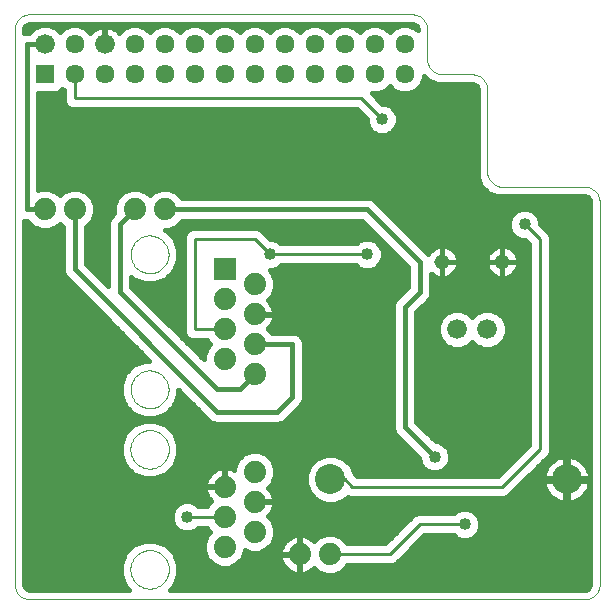
<source format=gtl>
G75*
G70*
%OFA0B0*%
%FSLAX24Y24*%
%IPPOS*%
%LPD*%
%AMOC8*
5,1,8,0,0,1.08239X$1,22.5*
%
%ADD10C,0.0000*%
%ADD11R,0.0634X0.0634*%
%ADD12C,0.0660*%
%ADD13C,0.0634*%
%ADD14C,0.1000*%
%ADD15C,0.0740*%
%ADD16R,0.0740X0.0740*%
%ADD17C,0.0516*%
%ADD18C,0.0150*%
%ADD19C,0.0400*%
%ADD20C,0.0160*%
%ADD21C,0.0100*%
D10*
X002680Y002680D02*
X021180Y002680D01*
X021224Y002682D01*
X021267Y002688D01*
X021309Y002697D01*
X021351Y002710D01*
X021391Y002727D01*
X021430Y002747D01*
X021467Y002770D01*
X021501Y002797D01*
X021534Y002826D01*
X021563Y002859D01*
X021590Y002893D01*
X021613Y002930D01*
X021633Y002969D01*
X021650Y003009D01*
X021663Y003051D01*
X021672Y003093D01*
X021678Y003136D01*
X021680Y003180D01*
X021680Y015930D01*
X021678Y015974D01*
X021672Y016017D01*
X021663Y016059D01*
X021650Y016101D01*
X021633Y016141D01*
X021613Y016180D01*
X021590Y016217D01*
X021563Y016251D01*
X021534Y016284D01*
X021501Y016313D01*
X021467Y016340D01*
X021430Y016363D01*
X021391Y016383D01*
X021351Y016400D01*
X021309Y016413D01*
X021267Y016422D01*
X021224Y016428D01*
X021180Y016430D01*
X018430Y016430D01*
X018386Y016432D01*
X018343Y016438D01*
X018301Y016447D01*
X018259Y016460D01*
X018219Y016477D01*
X018180Y016497D01*
X018143Y016520D01*
X018109Y016547D01*
X018076Y016576D01*
X018047Y016609D01*
X018020Y016643D01*
X017997Y016680D01*
X017977Y016719D01*
X017960Y016759D01*
X017947Y016801D01*
X017938Y016843D01*
X017932Y016886D01*
X017930Y016930D01*
X017930Y019680D01*
X017928Y019724D01*
X017922Y019767D01*
X017913Y019809D01*
X017900Y019851D01*
X017883Y019891D01*
X017863Y019930D01*
X017840Y019967D01*
X017813Y020001D01*
X017784Y020034D01*
X017751Y020063D01*
X017717Y020090D01*
X017680Y020113D01*
X017641Y020133D01*
X017601Y020150D01*
X017559Y020163D01*
X017517Y020172D01*
X017474Y020178D01*
X017430Y020180D01*
X016430Y020180D01*
X016386Y020182D01*
X016343Y020188D01*
X016301Y020197D01*
X016259Y020210D01*
X016219Y020227D01*
X016180Y020247D01*
X016143Y020270D01*
X016109Y020297D01*
X016076Y020326D01*
X016047Y020359D01*
X016020Y020393D01*
X015997Y020430D01*
X015977Y020469D01*
X015960Y020509D01*
X015947Y020551D01*
X015938Y020593D01*
X015932Y020636D01*
X015930Y020680D01*
X015930Y021680D01*
X015928Y021724D01*
X015922Y021767D01*
X015913Y021809D01*
X015900Y021851D01*
X015883Y021891D01*
X015863Y021930D01*
X015840Y021967D01*
X015813Y022001D01*
X015784Y022034D01*
X015751Y022063D01*
X015717Y022090D01*
X015680Y022113D01*
X015641Y022133D01*
X015601Y022150D01*
X015559Y022163D01*
X015517Y022172D01*
X015474Y022178D01*
X015430Y022180D01*
X002680Y022180D01*
X002636Y022178D01*
X002593Y022172D01*
X002551Y022163D01*
X002509Y022150D01*
X002469Y022133D01*
X002430Y022113D01*
X002393Y022090D01*
X002359Y022063D01*
X002326Y022034D01*
X002297Y022001D01*
X002270Y021967D01*
X002247Y021930D01*
X002227Y021891D01*
X002210Y021851D01*
X002197Y021809D01*
X002188Y021767D01*
X002182Y021724D01*
X002180Y021680D01*
X002180Y003180D01*
X002182Y003136D01*
X002188Y003093D01*
X002197Y003051D01*
X002210Y003009D01*
X002227Y002969D01*
X002247Y002930D01*
X002270Y002893D01*
X002297Y002859D01*
X002326Y002826D01*
X002359Y002797D01*
X002393Y002770D01*
X002430Y002747D01*
X002469Y002727D01*
X002509Y002710D01*
X002551Y002697D01*
X002593Y002688D01*
X002636Y002682D01*
X002680Y002680D01*
X006040Y003680D02*
X006042Y003730D01*
X006048Y003780D01*
X006058Y003829D01*
X006071Y003878D01*
X006089Y003925D01*
X006110Y003971D01*
X006134Y004014D01*
X006162Y004056D01*
X006193Y004096D01*
X006227Y004133D01*
X006264Y004167D01*
X006304Y004198D01*
X006346Y004226D01*
X006389Y004250D01*
X006435Y004271D01*
X006482Y004289D01*
X006531Y004302D01*
X006580Y004312D01*
X006630Y004318D01*
X006680Y004320D01*
X006730Y004318D01*
X006780Y004312D01*
X006829Y004302D01*
X006878Y004289D01*
X006925Y004271D01*
X006971Y004250D01*
X007014Y004226D01*
X007056Y004198D01*
X007096Y004167D01*
X007133Y004133D01*
X007167Y004096D01*
X007198Y004056D01*
X007226Y004014D01*
X007250Y003971D01*
X007271Y003925D01*
X007289Y003878D01*
X007302Y003829D01*
X007312Y003780D01*
X007318Y003730D01*
X007320Y003680D01*
X007318Y003630D01*
X007312Y003580D01*
X007302Y003531D01*
X007289Y003482D01*
X007271Y003435D01*
X007250Y003389D01*
X007226Y003346D01*
X007198Y003304D01*
X007167Y003264D01*
X007133Y003227D01*
X007096Y003193D01*
X007056Y003162D01*
X007014Y003134D01*
X006971Y003110D01*
X006925Y003089D01*
X006878Y003071D01*
X006829Y003058D01*
X006780Y003048D01*
X006730Y003042D01*
X006680Y003040D01*
X006630Y003042D01*
X006580Y003048D01*
X006531Y003058D01*
X006482Y003071D01*
X006435Y003089D01*
X006389Y003110D01*
X006346Y003134D01*
X006304Y003162D01*
X006264Y003193D01*
X006227Y003227D01*
X006193Y003264D01*
X006162Y003304D01*
X006134Y003346D01*
X006110Y003389D01*
X006089Y003435D01*
X006071Y003482D01*
X006058Y003531D01*
X006048Y003580D01*
X006042Y003630D01*
X006040Y003680D01*
X006040Y007680D02*
X006042Y007730D01*
X006048Y007780D01*
X006058Y007829D01*
X006071Y007878D01*
X006089Y007925D01*
X006110Y007971D01*
X006134Y008014D01*
X006162Y008056D01*
X006193Y008096D01*
X006227Y008133D01*
X006264Y008167D01*
X006304Y008198D01*
X006346Y008226D01*
X006389Y008250D01*
X006435Y008271D01*
X006482Y008289D01*
X006531Y008302D01*
X006580Y008312D01*
X006630Y008318D01*
X006680Y008320D01*
X006730Y008318D01*
X006780Y008312D01*
X006829Y008302D01*
X006878Y008289D01*
X006925Y008271D01*
X006971Y008250D01*
X007014Y008226D01*
X007056Y008198D01*
X007096Y008167D01*
X007133Y008133D01*
X007167Y008096D01*
X007198Y008056D01*
X007226Y008014D01*
X007250Y007971D01*
X007271Y007925D01*
X007289Y007878D01*
X007302Y007829D01*
X007312Y007780D01*
X007318Y007730D01*
X007320Y007680D01*
X007318Y007630D01*
X007312Y007580D01*
X007302Y007531D01*
X007289Y007482D01*
X007271Y007435D01*
X007250Y007389D01*
X007226Y007346D01*
X007198Y007304D01*
X007167Y007264D01*
X007133Y007227D01*
X007096Y007193D01*
X007056Y007162D01*
X007014Y007134D01*
X006971Y007110D01*
X006925Y007089D01*
X006878Y007071D01*
X006829Y007058D01*
X006780Y007048D01*
X006730Y007042D01*
X006680Y007040D01*
X006630Y007042D01*
X006580Y007048D01*
X006531Y007058D01*
X006482Y007071D01*
X006435Y007089D01*
X006389Y007110D01*
X006346Y007134D01*
X006304Y007162D01*
X006264Y007193D01*
X006227Y007227D01*
X006193Y007264D01*
X006162Y007304D01*
X006134Y007346D01*
X006110Y007389D01*
X006089Y007435D01*
X006071Y007482D01*
X006058Y007531D01*
X006048Y007580D01*
X006042Y007630D01*
X006040Y007680D01*
X006050Y009680D02*
X006052Y009730D01*
X006058Y009780D01*
X006068Y009829D01*
X006082Y009877D01*
X006099Y009924D01*
X006120Y009969D01*
X006145Y010013D01*
X006173Y010054D01*
X006205Y010093D01*
X006239Y010130D01*
X006276Y010164D01*
X006316Y010194D01*
X006358Y010221D01*
X006402Y010245D01*
X006448Y010266D01*
X006495Y010282D01*
X006543Y010295D01*
X006593Y010304D01*
X006642Y010309D01*
X006693Y010310D01*
X006743Y010307D01*
X006792Y010300D01*
X006841Y010289D01*
X006889Y010274D01*
X006935Y010256D01*
X006980Y010234D01*
X007023Y010208D01*
X007064Y010179D01*
X007103Y010147D01*
X007139Y010112D01*
X007171Y010074D01*
X007201Y010034D01*
X007228Y009991D01*
X007251Y009947D01*
X007270Y009901D01*
X007286Y009853D01*
X007298Y009804D01*
X007306Y009755D01*
X007310Y009705D01*
X007310Y009655D01*
X007306Y009605D01*
X007298Y009556D01*
X007286Y009507D01*
X007270Y009459D01*
X007251Y009413D01*
X007228Y009369D01*
X007201Y009326D01*
X007171Y009286D01*
X007139Y009248D01*
X007103Y009213D01*
X007064Y009181D01*
X007023Y009152D01*
X006980Y009126D01*
X006935Y009104D01*
X006889Y009086D01*
X006841Y009071D01*
X006792Y009060D01*
X006743Y009053D01*
X006693Y009050D01*
X006642Y009051D01*
X006593Y009056D01*
X006543Y009065D01*
X006495Y009078D01*
X006448Y009094D01*
X006402Y009115D01*
X006358Y009139D01*
X006316Y009166D01*
X006276Y009196D01*
X006239Y009230D01*
X006205Y009267D01*
X006173Y009306D01*
X006145Y009347D01*
X006120Y009391D01*
X006099Y009436D01*
X006082Y009483D01*
X006068Y009531D01*
X006058Y009580D01*
X006052Y009630D01*
X006050Y009680D01*
X006050Y014180D02*
X006052Y014230D01*
X006058Y014280D01*
X006068Y014329D01*
X006082Y014377D01*
X006099Y014424D01*
X006120Y014469D01*
X006145Y014513D01*
X006173Y014554D01*
X006205Y014593D01*
X006239Y014630D01*
X006276Y014664D01*
X006316Y014694D01*
X006358Y014721D01*
X006402Y014745D01*
X006448Y014766D01*
X006495Y014782D01*
X006543Y014795D01*
X006593Y014804D01*
X006642Y014809D01*
X006693Y014810D01*
X006743Y014807D01*
X006792Y014800D01*
X006841Y014789D01*
X006889Y014774D01*
X006935Y014756D01*
X006980Y014734D01*
X007023Y014708D01*
X007064Y014679D01*
X007103Y014647D01*
X007139Y014612D01*
X007171Y014574D01*
X007201Y014534D01*
X007228Y014491D01*
X007251Y014447D01*
X007270Y014401D01*
X007286Y014353D01*
X007298Y014304D01*
X007306Y014255D01*
X007310Y014205D01*
X007310Y014155D01*
X007306Y014105D01*
X007298Y014056D01*
X007286Y014007D01*
X007270Y013959D01*
X007251Y013913D01*
X007228Y013869D01*
X007201Y013826D01*
X007171Y013786D01*
X007139Y013748D01*
X007103Y013713D01*
X007064Y013681D01*
X007023Y013652D01*
X006980Y013626D01*
X006935Y013604D01*
X006889Y013586D01*
X006841Y013571D01*
X006792Y013560D01*
X006743Y013553D01*
X006693Y013550D01*
X006642Y013551D01*
X006593Y013556D01*
X006543Y013565D01*
X006495Y013578D01*
X006448Y013594D01*
X006402Y013615D01*
X006358Y013639D01*
X006316Y013666D01*
X006276Y013696D01*
X006239Y013730D01*
X006205Y013767D01*
X006173Y013806D01*
X006145Y013847D01*
X006120Y013891D01*
X006099Y013936D01*
X006082Y013983D01*
X006068Y014031D01*
X006058Y014080D01*
X006052Y014130D01*
X006050Y014180D01*
D11*
X003180Y020180D03*
D12*
X003180Y021180D03*
X005180Y021180D03*
X016930Y011680D03*
X017930Y011680D03*
D13*
X015180Y020180D03*
X015180Y021180D03*
X014180Y021180D03*
X014180Y020180D03*
X013180Y020180D03*
X013180Y021180D03*
X012180Y021180D03*
X012180Y020180D03*
X011180Y020180D03*
X011180Y021180D03*
X010180Y021180D03*
X010180Y020180D03*
X009180Y020180D03*
X009180Y021180D03*
X008180Y021180D03*
X008180Y020180D03*
X007180Y020180D03*
X007180Y021180D03*
X006180Y021180D03*
X006180Y020180D03*
X005180Y020180D03*
X004180Y020180D03*
X004180Y021180D03*
D14*
X012706Y006680D03*
X020580Y006680D03*
D15*
X012680Y004180D03*
X011680Y004180D03*
X010180Y004930D03*
X010180Y005930D03*
X010180Y006930D03*
X009180Y006430D03*
X009180Y005430D03*
X009180Y004430D03*
X010180Y010180D03*
X010180Y011180D03*
X009180Y010680D03*
X009180Y011680D03*
X010180Y012180D03*
X010180Y013180D03*
X009180Y012680D03*
X007180Y015680D03*
X006180Y015680D03*
X004180Y015680D03*
X003180Y015680D03*
D16*
X009180Y013680D03*
D17*
X016430Y013930D03*
X018430Y013930D03*
D18*
X018180Y013930D02*
X017897Y013930D01*
X017897Y013888D01*
X017910Y013805D01*
X017936Y013725D01*
X017974Y013651D01*
X018024Y013583D01*
X018083Y013524D01*
X018151Y013474D01*
X018180Y013459D01*
X018180Y012680D01*
X016680Y012680D01*
X016680Y013459D01*
X016709Y013474D01*
X016777Y013524D01*
X016836Y013583D01*
X016886Y013651D01*
X016924Y013725D01*
X016950Y013805D01*
X016963Y013888D01*
X016963Y013930D01*
X016963Y013972D01*
X016950Y014055D01*
X016924Y014135D01*
X016886Y014209D01*
X016836Y014277D01*
X016777Y014336D01*
X016709Y014386D01*
X016680Y014401D01*
X016680Y015780D01*
X018180Y015780D01*
X018180Y014401D01*
X018151Y014386D01*
X018083Y014336D01*
X018024Y014277D01*
X017974Y014209D01*
X017936Y014135D01*
X017910Y014055D01*
X017897Y013972D01*
X017897Y013930D01*
X018180Y013930D01*
X018180Y013930D01*
X017897Y013966D02*
X016963Y013966D01*
X016963Y013930D02*
X016680Y013930D01*
X016680Y013930D01*
X016963Y013930D01*
X016952Y013818D02*
X017908Y013818D01*
X017965Y013669D02*
X016895Y013669D01*
X016773Y013521D02*
X018087Y013521D01*
X018180Y013372D02*
X016680Y013372D01*
X016680Y013224D02*
X018180Y013224D01*
X018180Y013075D02*
X016680Y013075D01*
X016680Y012927D02*
X018180Y012927D01*
X018180Y012778D02*
X016680Y012778D01*
X015680Y012930D02*
X015180Y012430D01*
X015180Y008430D01*
X016180Y007430D01*
X012180Y008680D02*
X011680Y008180D01*
X011680Y005930D01*
X011680Y005680D01*
X020580Y005680D01*
X020580Y006680D01*
X015680Y012930D02*
X015680Y013930D01*
X013930Y015680D01*
X007180Y015680D01*
X006180Y015680D02*
X005680Y015180D01*
X005680Y012930D01*
X008930Y009680D01*
X009680Y009680D01*
X010180Y010180D01*
X010180Y011180D02*
X011430Y011180D01*
X011430Y009430D01*
X010930Y008930D01*
X008930Y008930D01*
X004180Y013680D01*
X004180Y015680D01*
X003180Y015680D02*
X002580Y015680D01*
X002580Y021180D01*
X003180Y021180D01*
X010180Y012180D02*
X011680Y012180D01*
X012180Y011680D01*
X012180Y008680D01*
X011680Y005930D02*
X010180Y005930D01*
X011680Y005680D02*
X011680Y004180D01*
X016930Y014115D02*
X017930Y014115D01*
X018013Y014263D02*
X016847Y014263D01*
X016680Y014412D02*
X018180Y014412D01*
X018180Y014560D02*
X016680Y014560D01*
X016680Y014709D02*
X018180Y014709D01*
X018180Y014857D02*
X016680Y014857D01*
X016680Y015006D02*
X018180Y015006D01*
X018180Y015154D02*
X016680Y015154D01*
X016680Y015303D02*
X018180Y015303D01*
X018180Y015451D02*
X016680Y015451D01*
X016680Y015600D02*
X018180Y015600D01*
X018180Y015748D02*
X016680Y015748D01*
D19*
X019180Y015180D03*
X015930Y019430D03*
X014430Y018680D03*
X011430Y014930D03*
X010680Y014180D03*
X013930Y014180D03*
X008880Y018530D03*
X005180Y015680D03*
X003180Y014180D03*
X003180Y009680D03*
X003180Y007680D03*
X003180Y003680D03*
X007930Y005430D03*
X015180Y003680D03*
X017180Y005180D03*
X016180Y007430D03*
X020680Y003680D03*
D20*
X021360Y003631D02*
X013107Y003631D01*
X013071Y003595D02*
X013265Y003789D01*
X013274Y003810D01*
X014754Y003810D01*
X014890Y003866D01*
X014994Y003970D01*
X015833Y004810D01*
X016815Y004810D01*
X016885Y004739D01*
X017077Y004660D01*
X017283Y004660D01*
X017475Y004739D01*
X017621Y004885D01*
X017700Y005077D01*
X017700Y005283D01*
X017621Y005475D01*
X017475Y005621D01*
X017283Y005700D01*
X017077Y005700D01*
X016885Y005621D01*
X016815Y005550D01*
X015606Y005550D01*
X015470Y005494D01*
X015366Y005390D01*
X014527Y004550D01*
X013274Y004550D01*
X013265Y004571D01*
X013071Y004765D01*
X012817Y004870D01*
X012543Y004870D01*
X012289Y004765D01*
X012152Y004628D01*
X012109Y004670D01*
X012042Y004722D01*
X011968Y004764D01*
X011889Y004797D01*
X011807Y004819D01*
X011723Y004830D01*
X011700Y004830D01*
X011700Y004200D01*
X011660Y004200D01*
X011660Y004830D01*
X011637Y004830D01*
X011553Y004819D01*
X011471Y004797D01*
X011392Y004764D01*
X011318Y004722D01*
X011251Y004670D01*
X011190Y004609D01*
X011138Y004542D01*
X011096Y004468D01*
X011063Y004389D01*
X011041Y004307D01*
X011030Y004223D01*
X011030Y004200D01*
X011660Y004200D01*
X011660Y004160D01*
X011700Y004160D01*
X011700Y003530D01*
X011723Y003530D01*
X011807Y003541D01*
X011889Y003563D01*
X011968Y003596D01*
X012042Y003638D01*
X012109Y003690D01*
X012152Y003732D01*
X012289Y003595D01*
X012543Y003490D01*
X012817Y003490D01*
X013071Y003595D01*
X013265Y003790D02*
X021360Y003790D01*
X021360Y003948D02*
X014971Y003948D01*
X015130Y004107D02*
X021360Y004107D01*
X021360Y004265D02*
X015288Y004265D01*
X015447Y004424D02*
X021360Y004424D01*
X021360Y004582D02*
X015605Y004582D01*
X015764Y004741D02*
X016884Y004741D01*
X017476Y004741D02*
X021360Y004741D01*
X021360Y004899D02*
X017626Y004899D01*
X017692Y005058D02*
X021360Y005058D01*
X021360Y005216D02*
X017700Y005216D01*
X017662Y005375D02*
X021360Y005375D01*
X021360Y005533D02*
X017562Y005533D01*
X017304Y005692D02*
X021360Y005692D01*
X021360Y005850D02*
X010825Y005850D01*
X010830Y005887D02*
X010830Y005910D01*
X010200Y005910D01*
X010200Y005950D01*
X010830Y005950D01*
X010830Y005973D01*
X010819Y006057D01*
X010797Y006139D01*
X010764Y006218D01*
X010722Y006292D01*
X010670Y006359D01*
X010628Y006402D01*
X010765Y006539D01*
X010870Y006793D01*
X010870Y007067D01*
X010765Y007321D01*
X010571Y007515D01*
X010317Y007620D01*
X010043Y007620D01*
X009789Y007515D01*
X009595Y007321D01*
X009490Y007067D01*
X009490Y007002D01*
X009468Y007014D01*
X009389Y007047D01*
X009307Y007069D01*
X009223Y007080D01*
X009200Y007080D01*
X009200Y006450D01*
X009160Y006450D01*
X009160Y007080D01*
X009137Y007080D01*
X009053Y007069D01*
X008971Y007047D01*
X008892Y007014D01*
X008818Y006972D01*
X008751Y006920D01*
X008690Y006859D01*
X008638Y006792D01*
X008596Y006718D01*
X008563Y006639D01*
X008541Y006557D01*
X008530Y006473D01*
X008530Y006450D01*
X009160Y006450D01*
X009160Y006410D01*
X008530Y006410D01*
X008530Y006387D01*
X008541Y006303D01*
X008563Y006221D01*
X008596Y006142D01*
X008638Y006068D01*
X008690Y006001D01*
X008732Y005958D01*
X008595Y005821D01*
X008586Y005800D01*
X008295Y005800D01*
X008225Y005871D01*
X008033Y005950D01*
X007827Y005950D01*
X007635Y005871D01*
X007489Y005725D01*
X007410Y005533D01*
X002500Y005533D01*
X002500Y005375D02*
X007410Y005375D01*
X007410Y005327D02*
X007410Y005533D01*
X007475Y005692D02*
X002500Y005692D01*
X002500Y005850D02*
X007615Y005850D01*
X008245Y005850D02*
X008624Y005850D01*
X008684Y006009D02*
X002500Y006009D01*
X002500Y006167D02*
X008585Y006167D01*
X008538Y006326D02*
X002500Y006326D01*
X002500Y006484D02*
X008532Y006484D01*
X008564Y006643D02*
X002500Y006643D01*
X002500Y006801D02*
X006293Y006801D01*
X006136Y006866D02*
X006489Y006720D01*
X006871Y006720D01*
X007224Y006866D01*
X007494Y007136D01*
X007640Y007489D01*
X007640Y007871D01*
X007494Y008224D01*
X007224Y008494D01*
X006871Y008640D01*
X006489Y008640D01*
X006136Y008494D01*
X005866Y008224D01*
X005720Y007871D01*
X005720Y007489D01*
X005866Y007136D01*
X006136Y006866D01*
X006043Y006960D02*
X002500Y006960D01*
X002500Y007118D02*
X005884Y007118D01*
X005808Y007277D02*
X002500Y007277D01*
X002500Y007435D02*
X005742Y007435D01*
X005720Y007594D02*
X002500Y007594D01*
X002500Y007752D02*
X005720Y007752D01*
X005736Y007911D02*
X002500Y007911D01*
X002500Y008069D02*
X005802Y008069D01*
X005870Y008228D02*
X002500Y008228D01*
X002500Y008386D02*
X006028Y008386D01*
X006259Y008545D02*
X002500Y008545D01*
X002500Y008703D02*
X008598Y008703D01*
X008595Y008706D02*
X008706Y008595D01*
X008851Y008535D01*
X011009Y008535D01*
X011154Y008595D01*
X011765Y009206D01*
X011825Y009351D01*
X011825Y011259D01*
X011765Y011404D01*
X011654Y011515D01*
X011509Y011575D01*
X010761Y011575D01*
X010628Y011708D01*
X010670Y011751D01*
X010722Y011818D01*
X010764Y011892D01*
X010797Y011971D01*
X010819Y012053D01*
X010830Y012137D01*
X010830Y012162D01*
X010198Y012162D01*
X010198Y012198D01*
X010830Y012198D01*
X010830Y012223D01*
X010819Y012307D01*
X010797Y012389D01*
X010764Y012468D01*
X010722Y012542D01*
X010670Y012609D01*
X010628Y012652D01*
X010765Y012789D01*
X010870Y013043D01*
X010870Y013317D01*
X010765Y013571D01*
X010676Y013660D01*
X010783Y013660D01*
X010975Y013739D01*
X011045Y013810D01*
X013565Y013810D01*
X013635Y013739D01*
X013827Y013660D01*
X014033Y013660D01*
X014225Y013739D01*
X014371Y013885D01*
X014450Y014077D01*
X014450Y014283D01*
X014371Y014475D01*
X014225Y014621D01*
X014033Y014700D01*
X013827Y014700D01*
X013635Y014621D01*
X013565Y014550D01*
X011045Y014550D01*
X010975Y014621D01*
X010783Y014700D01*
X010683Y014700D01*
X010494Y014890D01*
X010390Y014994D01*
X010254Y015050D01*
X008106Y015050D01*
X007970Y014994D01*
X007866Y014890D01*
X007810Y014754D01*
X007810Y011606D01*
X007866Y011470D01*
X007970Y011366D01*
X008106Y011310D01*
X008586Y011310D01*
X008595Y011289D01*
X008704Y011180D01*
X008595Y011071D01*
X008490Y010817D01*
X008490Y010679D01*
X006075Y013094D01*
X006075Y013442D01*
X006142Y013375D01*
X006491Y013230D01*
X006869Y013230D01*
X007218Y013375D01*
X007485Y013642D01*
X007630Y013991D01*
X007630Y014369D01*
X007485Y014718D01*
X007218Y014985D01*
X007207Y014990D01*
X007317Y014990D01*
X007571Y015095D01*
X007761Y015285D01*
X013766Y015285D01*
X015285Y013766D01*
X015285Y013094D01*
X014956Y012765D01*
X014845Y012654D01*
X014785Y012509D01*
X014785Y008351D01*
X014845Y008206D01*
X015660Y007391D01*
X015660Y007327D01*
X015739Y007135D01*
X015885Y006989D01*
X016077Y006910D01*
X016283Y006910D01*
X016475Y006989D01*
X016621Y007135D01*
X016700Y007327D01*
X016700Y007533D01*
X016621Y007725D01*
X016475Y007871D01*
X016283Y007950D01*
X016219Y007950D01*
X015575Y008594D01*
X015575Y012266D01*
X016015Y012706D01*
X016075Y012851D01*
X016075Y013524D01*
X016080Y013520D01*
X016148Y013470D01*
X016224Y013432D01*
X016304Y013405D01*
X016388Y013392D01*
X016430Y013392D01*
X016430Y013930D01*
X016968Y013930D01*
X016430Y013930D01*
X016430Y013930D01*
X016430Y013930D01*
X016430Y014468D01*
X016472Y014468D01*
X016556Y014455D01*
X016636Y014428D01*
X016712Y014390D01*
X016780Y014340D01*
X016840Y014280D01*
X016890Y014212D01*
X016928Y014136D01*
X016955Y014056D01*
X016968Y013972D01*
X016968Y013930D01*
X016968Y013888D01*
X016955Y013804D01*
X016928Y013724D01*
X016890Y013648D01*
X016840Y013580D01*
X016780Y013520D01*
X016712Y013470D01*
X016636Y013432D01*
X016556Y013405D01*
X016472Y013392D01*
X016430Y013392D01*
X016430Y013930D01*
X016430Y013930D01*
X016430Y014468D01*
X016388Y014468D01*
X016304Y014455D01*
X016224Y014428D01*
X016148Y014390D01*
X016080Y014340D01*
X016020Y014280D01*
X015970Y014212D01*
X015966Y014203D01*
X015904Y014265D01*
X014265Y015904D01*
X014154Y016015D01*
X014009Y016075D01*
X007761Y016075D01*
X007571Y016265D01*
X007317Y016370D01*
X007043Y016370D01*
X006789Y016265D01*
X006680Y016156D01*
X006571Y016265D01*
X006317Y016370D01*
X006043Y016370D01*
X005789Y016265D01*
X005595Y016071D01*
X005490Y015817D01*
X005490Y015549D01*
X005345Y015404D01*
X005285Y015259D01*
X005285Y013134D01*
X004575Y013844D01*
X004575Y015099D01*
X004765Y015289D01*
X004870Y015543D01*
X004870Y015817D01*
X004765Y016071D01*
X004571Y016265D01*
X004317Y016370D01*
X004043Y016370D01*
X003789Y016265D01*
X003680Y016156D01*
X003571Y016265D01*
X003317Y016370D01*
X003043Y016370D01*
X002975Y016342D01*
X002975Y019543D01*
X003561Y019543D01*
X003678Y019592D01*
X003768Y019682D01*
X003771Y019688D01*
X003810Y019649D01*
X003810Y019306D01*
X003866Y019170D01*
X003970Y019066D01*
X004106Y019010D01*
X013577Y019010D01*
X013910Y018677D01*
X013910Y018577D01*
X013989Y018385D01*
X014135Y018239D01*
X014327Y018160D01*
X014533Y018160D01*
X014725Y018239D01*
X014871Y018385D01*
X014950Y018577D01*
X014950Y018783D01*
X014871Y018975D01*
X014725Y019121D01*
X014533Y019200D01*
X014433Y019200D01*
X014090Y019543D01*
X014307Y019543D01*
X014541Y019640D01*
X014680Y019779D01*
X014819Y019640D01*
X015053Y019543D01*
X015307Y019543D01*
X015541Y019640D01*
X015720Y019819D01*
X015817Y020053D01*
X015817Y020133D01*
X015966Y019985D01*
X016267Y019860D01*
X017430Y019860D01*
X017465Y019857D01*
X017530Y019830D01*
X017580Y019780D01*
X017607Y019715D01*
X017610Y019680D01*
X017610Y016767D01*
X017735Y016466D01*
X017735Y016466D01*
X017966Y016235D01*
X018267Y016110D01*
X021180Y016110D01*
X021215Y016107D01*
X021280Y016080D01*
X021330Y016030D01*
X021357Y015965D01*
X021360Y015930D01*
X021360Y003180D01*
X021357Y003145D01*
X021330Y003080D01*
X021280Y003030D01*
X021215Y003003D01*
X021180Y003000D01*
X007358Y003000D01*
X007494Y003136D01*
X007640Y003489D01*
X007640Y003871D01*
X007494Y004224D01*
X007224Y004494D01*
X006871Y004640D01*
X006489Y004640D01*
X006136Y004494D01*
X005866Y004224D01*
X005720Y003871D01*
X005720Y003489D01*
X005866Y003136D01*
X006002Y003000D01*
X002680Y003000D01*
X002645Y003003D01*
X002580Y003030D01*
X002530Y003080D01*
X002503Y003145D01*
X002500Y003180D01*
X002500Y015286D01*
X002501Y015285D01*
X002599Y015285D01*
X002789Y015095D01*
X003043Y014990D01*
X003317Y014990D01*
X003571Y015095D01*
X003680Y015204D01*
X003785Y015099D01*
X003785Y013601D01*
X003845Y013456D01*
X006671Y010630D01*
X006491Y010630D01*
X006142Y010485D01*
X005875Y010218D01*
X005730Y009869D01*
X005730Y009491D01*
X005875Y009142D01*
X006142Y008875D01*
X006491Y008730D01*
X006869Y008730D01*
X007218Y008875D01*
X007485Y009142D01*
X007630Y009491D01*
X007630Y009671D01*
X008595Y008706D01*
X008595Y008706D01*
X008440Y008862D02*
X007186Y008862D01*
X007363Y009020D02*
X008281Y009020D01*
X008123Y009179D02*
X007500Y009179D01*
X007566Y009337D02*
X007964Y009337D01*
X007806Y009496D02*
X007630Y009496D01*
X007630Y009654D02*
X007647Y009654D01*
X007101Y008545D02*
X008828Y008545D01*
X009979Y007594D02*
X007640Y007594D01*
X007640Y007752D02*
X015299Y007752D01*
X015141Y007911D02*
X007624Y007911D01*
X007558Y008069D02*
X014982Y008069D01*
X014836Y008228D02*
X007490Y008228D01*
X007332Y008386D02*
X014785Y008386D01*
X014785Y008545D02*
X011032Y008545D01*
X011262Y008703D02*
X014785Y008703D01*
X014785Y008862D02*
X011420Y008862D01*
X011579Y009020D02*
X014785Y009020D01*
X014785Y009179D02*
X011737Y009179D01*
X011819Y009337D02*
X014785Y009337D01*
X014785Y009496D02*
X011825Y009496D01*
X011825Y009654D02*
X014785Y009654D01*
X014785Y009813D02*
X011825Y009813D01*
X011825Y009971D02*
X014785Y009971D01*
X014785Y010130D02*
X011825Y010130D01*
X011825Y010288D02*
X014785Y010288D01*
X014785Y010447D02*
X011825Y010447D01*
X011825Y010605D02*
X014785Y010605D01*
X014785Y010764D02*
X011825Y010764D01*
X011825Y010922D02*
X014785Y010922D01*
X014785Y011081D02*
X011825Y011081D01*
X011825Y011239D02*
X014785Y011239D01*
X014785Y011398D02*
X011767Y011398D01*
X011554Y011556D02*
X014785Y011556D01*
X014785Y011715D02*
X010634Y011715D01*
X010753Y011873D02*
X014785Y011873D01*
X014785Y012032D02*
X010813Y012032D01*
X010808Y012349D02*
X014785Y012349D01*
X014785Y012507D02*
X010742Y012507D01*
X010641Y012666D02*
X014857Y012666D01*
X015015Y012824D02*
X010779Y012824D01*
X010845Y012983D02*
X015174Y012983D01*
X015285Y013141D02*
X010870Y013141D01*
X010870Y013300D02*
X015285Y013300D01*
X015285Y013458D02*
X010812Y013458D01*
X010719Y013617D02*
X015285Y013617D01*
X015276Y013775D02*
X014260Y013775D01*
X014391Y013934D02*
X015118Y013934D01*
X014959Y014092D02*
X014450Y014092D01*
X014450Y014251D02*
X014801Y014251D01*
X014642Y014409D02*
X014398Y014409D01*
X014484Y014568D02*
X014278Y014568D01*
X014325Y014726D02*
X010657Y014726D01*
X010499Y014885D02*
X014167Y014885D01*
X014008Y015043D02*
X010270Y015043D01*
X011028Y014568D02*
X013582Y014568D01*
X013850Y015202D02*
X007677Y015202D01*
X007445Y015043D02*
X008090Y015043D01*
X007864Y014885D02*
X007319Y014885D01*
X007477Y014726D02*
X007810Y014726D01*
X007810Y014568D02*
X007548Y014568D01*
X007613Y014409D02*
X007810Y014409D01*
X007810Y014251D02*
X007630Y014251D01*
X007630Y014092D02*
X007810Y014092D01*
X007810Y013934D02*
X007606Y013934D01*
X007540Y013775D02*
X007810Y013775D01*
X007810Y013617D02*
X007460Y013617D01*
X007301Y013458D02*
X007810Y013458D01*
X007810Y013300D02*
X007037Y013300D01*
X006345Y012824D02*
X007810Y012824D01*
X007810Y012666D02*
X006503Y012666D01*
X006662Y012507D02*
X007810Y012507D01*
X007810Y012349D02*
X006820Y012349D01*
X006979Y012190D02*
X007810Y012190D01*
X007810Y012032D02*
X007137Y012032D01*
X007296Y011873D02*
X007810Y011873D01*
X007810Y011715D02*
X007454Y011715D01*
X007613Y011556D02*
X007831Y011556D01*
X007771Y011398D02*
X007939Y011398D01*
X007930Y011239D02*
X008645Y011239D01*
X008605Y011081D02*
X008088Y011081D01*
X008247Y010922D02*
X008533Y010922D01*
X008490Y010764D02*
X008405Y010764D01*
X010198Y012190D02*
X014785Y012190D01*
X015575Y012190D02*
X016521Y012190D01*
X016562Y012231D02*
X016379Y012048D01*
X016280Y011809D01*
X016280Y011551D01*
X016379Y011312D01*
X016562Y011129D01*
X016801Y011030D01*
X017059Y011030D01*
X017298Y011129D01*
X017430Y011261D01*
X017562Y011129D01*
X017801Y011030D01*
X018059Y011030D01*
X018298Y011129D01*
X018481Y011312D01*
X018580Y011551D01*
X018580Y011809D01*
X018481Y012048D01*
X018298Y012231D01*
X018059Y012330D01*
X017801Y012330D01*
X017562Y012231D01*
X017430Y012099D01*
X017298Y012231D01*
X017059Y012330D01*
X016801Y012330D01*
X016562Y012231D01*
X016372Y012032D02*
X015575Y012032D01*
X015575Y011873D02*
X016306Y011873D01*
X016280Y011715D02*
X015575Y011715D01*
X015575Y011556D02*
X016280Y011556D01*
X016343Y011398D02*
X015575Y011398D01*
X015575Y011239D02*
X016452Y011239D01*
X016679Y011081D02*
X015575Y011081D01*
X015575Y010922D02*
X019310Y010922D01*
X019310Y010764D02*
X015575Y010764D01*
X015575Y010605D02*
X019310Y010605D01*
X019310Y010447D02*
X015575Y010447D01*
X015575Y010288D02*
X019310Y010288D01*
X019310Y010130D02*
X015575Y010130D01*
X015575Y009971D02*
X019310Y009971D01*
X019310Y009813D02*
X015575Y009813D01*
X015575Y009654D02*
X019310Y009654D01*
X019310Y009496D02*
X015575Y009496D01*
X015575Y009337D02*
X019310Y009337D01*
X019310Y009179D02*
X015575Y009179D01*
X015575Y009020D02*
X019310Y009020D01*
X019310Y008862D02*
X015575Y008862D01*
X015575Y008703D02*
X019310Y008703D01*
X019310Y008545D02*
X015624Y008545D01*
X015783Y008386D02*
X019310Y008386D01*
X019310Y008228D02*
X015941Y008228D01*
X016100Y008069D02*
X019310Y008069D01*
X019310Y007911D02*
X016379Y007911D01*
X016593Y007752D02*
X019229Y007752D01*
X019310Y007833D02*
X019310Y014527D01*
X019177Y014660D01*
X019077Y014660D01*
X018885Y014739D01*
X018739Y014885D01*
X018660Y015077D01*
X018660Y015283D01*
X018739Y015475D01*
X018885Y015621D01*
X019077Y015700D01*
X019283Y015700D01*
X019475Y015621D01*
X019621Y015475D01*
X019700Y015283D01*
X019700Y015183D01*
X019994Y014890D01*
X020050Y014754D01*
X020050Y007606D01*
X019994Y007470D01*
X018640Y006116D01*
X018504Y006060D01*
X013356Y006060D01*
X013278Y006092D01*
X013170Y005985D01*
X012869Y005860D01*
X012543Y005860D01*
X012241Y005985D01*
X012011Y006216D01*
X011886Y006517D01*
X011886Y006843D01*
X012011Y007144D01*
X012241Y007375D01*
X012543Y007500D01*
X012869Y007500D01*
X013170Y007375D01*
X013401Y007144D01*
X013516Y006867D01*
X013583Y006800D01*
X018277Y006800D01*
X019310Y007833D01*
X019070Y007594D02*
X016675Y007594D01*
X016700Y007435D02*
X018912Y007435D01*
X018753Y007277D02*
X016679Y007277D01*
X016603Y007118D02*
X018595Y007118D01*
X018436Y006960D02*
X016403Y006960D01*
X015957Y006960D02*
X013478Y006960D01*
X013412Y007118D02*
X015757Y007118D01*
X015681Y007277D02*
X013269Y007277D01*
X013026Y007435D02*
X015616Y007435D01*
X015458Y007594D02*
X010381Y007594D01*
X010651Y007435D02*
X012386Y007435D01*
X012143Y007277D02*
X010783Y007277D01*
X010849Y007118D02*
X012000Y007118D01*
X011934Y006960D02*
X010870Y006960D01*
X010870Y006801D02*
X011886Y006801D01*
X011886Y006643D02*
X010808Y006643D01*
X010710Y006484D02*
X011900Y006484D01*
X011965Y006326D02*
X010696Y006326D01*
X010785Y006167D02*
X012059Y006167D01*
X012218Y006009D02*
X010825Y006009D01*
X010830Y005887D02*
X010819Y005803D01*
X010797Y005721D01*
X010764Y005642D01*
X010722Y005568D01*
X010670Y005501D01*
X010628Y005458D01*
X010765Y005321D01*
X010870Y005067D01*
X010870Y004793D01*
X010765Y004539D01*
X010571Y004345D01*
X010317Y004240D01*
X010043Y004240D01*
X009870Y004312D01*
X009870Y004293D01*
X009765Y004039D01*
X009571Y003845D01*
X009317Y003740D01*
X009043Y003740D01*
X008789Y003845D01*
X008595Y004039D01*
X008490Y004293D01*
X008490Y004567D01*
X008595Y004821D01*
X008704Y004930D01*
X008595Y005039D01*
X008586Y005060D01*
X008295Y005060D01*
X008225Y004989D01*
X008033Y004910D01*
X007827Y004910D01*
X007635Y004989D01*
X007489Y005135D01*
X007410Y005327D01*
X007456Y005216D02*
X002500Y005216D01*
X002500Y005058D02*
X007567Y005058D01*
X007294Y004424D02*
X008490Y004424D01*
X008496Y004582D02*
X007011Y004582D01*
X007453Y004265D02*
X008501Y004265D01*
X008567Y004107D02*
X007542Y004107D01*
X007608Y003948D02*
X008686Y003948D01*
X008923Y003790D02*
X007640Y003790D01*
X007640Y003631D02*
X011331Y003631D01*
X011318Y003638D02*
X011392Y003596D01*
X011471Y003563D01*
X011553Y003541D01*
X011637Y003530D01*
X011660Y003530D01*
X011660Y004160D01*
X011030Y004160D01*
X011030Y004137D01*
X011041Y004053D01*
X011063Y003971D01*
X011096Y003892D01*
X011138Y003818D01*
X011190Y003751D01*
X011251Y003690D01*
X011318Y003638D01*
X011160Y003790D02*
X009437Y003790D01*
X009674Y003948D02*
X011073Y003948D01*
X011034Y004107D02*
X009793Y004107D01*
X009859Y004265D02*
X009982Y004265D01*
X010378Y004265D02*
X011036Y004265D01*
X011077Y004424D02*
X010649Y004424D01*
X010783Y004582D02*
X011169Y004582D01*
X011351Y004741D02*
X010848Y004741D01*
X010870Y004899D02*
X014876Y004899D01*
X015034Y005058D02*
X010870Y005058D01*
X010808Y005216D02*
X015193Y005216D01*
X015351Y005375D02*
X010711Y005375D01*
X010695Y005533D02*
X015565Y005533D01*
X014717Y004741D02*
X013095Y004741D01*
X013254Y004582D02*
X014559Y004582D01*
X013194Y006009D02*
X020183Y006009D01*
X020146Y006030D02*
X020234Y005979D01*
X020329Y005940D01*
X020428Y005913D01*
X020529Y005900D01*
X020532Y005900D01*
X020532Y006632D01*
X019800Y006632D01*
X019800Y006629D01*
X019813Y006528D01*
X019840Y006429D01*
X019879Y006334D01*
X019930Y006246D01*
X019992Y006165D01*
X020065Y006092D01*
X020146Y006030D01*
X019990Y006167D02*
X018690Y006167D01*
X018849Y006326D02*
X019884Y006326D01*
X019825Y006484D02*
X019007Y006484D01*
X019166Y006643D02*
X020532Y006643D01*
X020532Y006632D02*
X020532Y006728D01*
X020532Y007460D01*
X020529Y007460D01*
X020428Y007447D01*
X020329Y007420D01*
X020234Y007381D01*
X020146Y007330D01*
X020065Y007268D01*
X019992Y007195D01*
X019930Y007114D01*
X019879Y007026D01*
X019840Y006931D01*
X019813Y006832D01*
X019800Y006731D01*
X019800Y006728D01*
X020532Y006728D01*
X020628Y006728D01*
X020628Y007460D01*
X020631Y007460D01*
X020732Y007447D01*
X020831Y007420D01*
X020926Y007381D01*
X021014Y007330D01*
X021095Y007268D01*
X021168Y007195D01*
X021230Y007114D01*
X021281Y007026D01*
X021320Y006931D01*
X021347Y006832D01*
X021360Y006731D01*
X021360Y006728D01*
X020628Y006728D01*
X020628Y006632D01*
X021360Y006632D01*
X021360Y006629D01*
X021347Y006528D01*
X021320Y006429D01*
X021281Y006334D01*
X021230Y006246D01*
X021168Y006165D01*
X021095Y006092D01*
X021014Y006030D01*
X020926Y005979D01*
X020831Y005940D01*
X020732Y005913D01*
X020631Y005900D01*
X020628Y005900D01*
X020628Y006632D01*
X020532Y006632D01*
X020628Y006643D02*
X021360Y006643D01*
X021351Y006801D02*
X021360Y006801D01*
X021360Y006960D02*
X021308Y006960D01*
X021360Y007118D02*
X021227Y007118D01*
X021360Y007277D02*
X021084Y007277D01*
X021360Y007435D02*
X020776Y007435D01*
X020628Y007435D02*
X020532Y007435D01*
X020384Y007435D02*
X019958Y007435D01*
X020045Y007594D02*
X021360Y007594D01*
X021360Y007752D02*
X020050Y007752D01*
X020050Y007911D02*
X021360Y007911D01*
X021360Y008069D02*
X020050Y008069D01*
X020050Y008228D02*
X021360Y008228D01*
X021360Y008386D02*
X020050Y008386D01*
X020050Y008545D02*
X021360Y008545D01*
X021360Y008703D02*
X020050Y008703D01*
X020050Y008862D02*
X021360Y008862D01*
X021360Y009020D02*
X020050Y009020D01*
X020050Y009179D02*
X021360Y009179D01*
X021360Y009337D02*
X020050Y009337D01*
X020050Y009496D02*
X021360Y009496D01*
X021360Y009654D02*
X020050Y009654D01*
X020050Y009813D02*
X021360Y009813D01*
X021360Y009971D02*
X020050Y009971D01*
X020050Y010130D02*
X021360Y010130D01*
X021360Y010288D02*
X020050Y010288D01*
X020050Y010447D02*
X021360Y010447D01*
X021360Y010605D02*
X020050Y010605D01*
X020050Y010764D02*
X021360Y010764D01*
X021360Y010922D02*
X020050Y010922D01*
X020050Y011081D02*
X021360Y011081D01*
X021360Y011239D02*
X020050Y011239D01*
X020050Y011398D02*
X021360Y011398D01*
X021360Y011556D02*
X020050Y011556D01*
X020050Y011715D02*
X021360Y011715D01*
X021360Y011873D02*
X020050Y011873D01*
X020050Y012032D02*
X021360Y012032D01*
X021360Y012190D02*
X020050Y012190D01*
X020050Y012349D02*
X021360Y012349D01*
X021360Y012507D02*
X020050Y012507D01*
X020050Y012666D02*
X021360Y012666D01*
X021360Y012824D02*
X020050Y012824D01*
X020050Y012983D02*
X021360Y012983D01*
X021360Y013141D02*
X020050Y013141D01*
X020050Y013300D02*
X021360Y013300D01*
X021360Y013458D02*
X020050Y013458D01*
X020050Y013617D02*
X021360Y013617D01*
X021360Y013775D02*
X020050Y013775D01*
X020050Y013934D02*
X021360Y013934D01*
X021360Y014092D02*
X020050Y014092D01*
X020050Y014251D02*
X021360Y014251D01*
X021360Y014409D02*
X020050Y014409D01*
X020050Y014568D02*
X021360Y014568D01*
X021360Y014726D02*
X020050Y014726D01*
X019996Y014885D02*
X021360Y014885D01*
X021360Y015043D02*
X019840Y015043D01*
X019700Y015202D02*
X021360Y015202D01*
X021360Y015360D02*
X019668Y015360D01*
X019577Y015519D02*
X021360Y015519D01*
X021360Y015677D02*
X019339Y015677D01*
X019021Y015677D02*
X014492Y015677D01*
X014650Y015519D02*
X018783Y015519D01*
X018692Y015360D02*
X014809Y015360D01*
X014967Y015202D02*
X018660Y015202D01*
X018674Y015043D02*
X015126Y015043D01*
X015284Y014885D02*
X018740Y014885D01*
X018917Y014726D02*
X015443Y014726D01*
X015601Y014568D02*
X019269Y014568D01*
X019310Y014409D02*
X018674Y014409D01*
X018636Y014428D02*
X018556Y014455D01*
X018472Y014468D01*
X018430Y014468D01*
X018430Y013930D01*
X018968Y013930D01*
X018430Y013930D01*
X018430Y013930D01*
X018430Y013930D01*
X018430Y013392D01*
X018430Y013930D01*
X018430Y013930D01*
X018430Y013930D01*
X017892Y013930D01*
X017892Y013972D01*
X017905Y014056D01*
X017932Y014136D01*
X017970Y014212D01*
X018020Y014280D01*
X018080Y014340D01*
X018148Y014390D01*
X018224Y014428D01*
X018304Y014455D01*
X018388Y014468D01*
X018430Y014468D01*
X018430Y013930D01*
X017892Y013930D01*
X017892Y013888D01*
X017905Y013804D01*
X017932Y013724D01*
X017970Y013648D01*
X018020Y013580D01*
X018080Y013520D01*
X018148Y013470D01*
X018224Y013432D01*
X018304Y013405D01*
X018388Y013392D01*
X018430Y013392D01*
X018472Y013392D01*
X018556Y013405D01*
X018636Y013432D01*
X018712Y013470D01*
X018780Y013520D01*
X018840Y013580D01*
X018890Y013648D01*
X018928Y013724D01*
X018955Y013804D01*
X018968Y013888D01*
X018968Y013930D01*
X018968Y013972D01*
X018955Y014056D01*
X018928Y014136D01*
X018890Y014212D01*
X018840Y014280D01*
X018780Y014340D01*
X018712Y014390D01*
X018636Y014428D01*
X018430Y014409D02*
X018430Y014409D01*
X018430Y014251D02*
X018430Y014251D01*
X018430Y014092D02*
X018430Y014092D01*
X018430Y013934D02*
X018430Y013934D01*
X018430Y013775D02*
X018430Y013775D01*
X018430Y013617D02*
X018430Y013617D01*
X018430Y013458D02*
X018430Y013458D01*
X018688Y013458D02*
X019310Y013458D01*
X019310Y013300D02*
X016075Y013300D01*
X016075Y013458D02*
X016172Y013458D01*
X016430Y013458D02*
X016430Y013458D01*
X016430Y013617D02*
X016430Y013617D01*
X016430Y013775D02*
X016430Y013775D01*
X016430Y013934D02*
X016430Y013934D01*
X016430Y014092D02*
X016430Y014092D01*
X016430Y014251D02*
X016430Y014251D01*
X016430Y014409D02*
X016430Y014409D01*
X016186Y014409D02*
X015760Y014409D01*
X015918Y014251D02*
X015998Y014251D01*
X016674Y014409D02*
X018186Y014409D01*
X017998Y014251D02*
X016862Y014251D01*
X016943Y014092D02*
X017917Y014092D01*
X017892Y013934D02*
X016968Y013934D01*
X016945Y013775D02*
X017915Y013775D01*
X017993Y013617D02*
X016867Y013617D01*
X016688Y013458D02*
X018172Y013458D01*
X018867Y013617D02*
X019310Y013617D01*
X019310Y013775D02*
X018945Y013775D01*
X018968Y013934D02*
X019310Y013934D01*
X019310Y014092D02*
X018943Y014092D01*
X018862Y014251D02*
X019310Y014251D01*
X019310Y013141D02*
X016075Y013141D01*
X016075Y012983D02*
X019310Y012983D01*
X019310Y012824D02*
X016064Y012824D01*
X015974Y012666D02*
X019310Y012666D01*
X019310Y012507D02*
X015816Y012507D01*
X015657Y012349D02*
X019310Y012349D01*
X019310Y012190D02*
X018339Y012190D01*
X018488Y012032D02*
X019310Y012032D01*
X019310Y011873D02*
X018554Y011873D01*
X018580Y011715D02*
X019310Y011715D01*
X019310Y011556D02*
X018580Y011556D01*
X018517Y011398D02*
X019310Y011398D01*
X019310Y011239D02*
X018408Y011239D01*
X018181Y011081D02*
X019310Y011081D01*
X017679Y011081D02*
X017181Y011081D01*
X017408Y011239D02*
X017452Y011239D01*
X017521Y012190D02*
X017339Y012190D01*
X014333Y015836D02*
X021360Y015836D01*
X021345Y015994D02*
X014175Y015994D01*
X014265Y015904D02*
X014265Y015904D01*
X013600Y013775D02*
X011010Y013775D01*
X007810Y013141D02*
X006075Y013141D01*
X006075Y013300D02*
X006323Y013300D01*
X006186Y012983D02*
X007810Y012983D01*
X006062Y011239D02*
X002500Y011239D01*
X002500Y011081D02*
X006221Y011081D01*
X006379Y010922D02*
X002500Y010922D01*
X002500Y010764D02*
X006538Y010764D01*
X006431Y010605D02*
X002500Y010605D01*
X002500Y010447D02*
X006103Y010447D01*
X005945Y010288D02*
X002500Y010288D01*
X002500Y010130D02*
X005838Y010130D01*
X005772Y009971D02*
X002500Y009971D01*
X002500Y009813D02*
X005730Y009813D01*
X005730Y009654D02*
X002500Y009654D01*
X002500Y009496D02*
X005730Y009496D01*
X005794Y009337D02*
X002500Y009337D01*
X002500Y009179D02*
X005860Y009179D01*
X005997Y009020D02*
X002500Y009020D01*
X002500Y008862D02*
X006174Y008862D01*
X007618Y007435D02*
X009709Y007435D01*
X009577Y007277D02*
X007552Y007277D01*
X007476Y007118D02*
X009511Y007118D01*
X009200Y006960D02*
X009160Y006960D01*
X009160Y006801D02*
X009200Y006801D01*
X009200Y006643D02*
X009160Y006643D01*
X009160Y006484D02*
X009200Y006484D01*
X008802Y006960D02*
X007317Y006960D01*
X007067Y006801D02*
X008645Y006801D01*
X008587Y005058D02*
X008293Y005058D01*
X008673Y004899D02*
X002500Y004899D01*
X002500Y004741D02*
X008562Y004741D01*
X007633Y003473D02*
X021360Y003473D01*
X021360Y003314D02*
X007567Y003314D01*
X007502Y003156D02*
X021358Y003156D01*
X021360Y006009D02*
X020977Y006009D01*
X021170Y006167D02*
X021360Y006167D01*
X021360Y006326D02*
X021276Y006326D01*
X021335Y006484D02*
X021360Y006484D01*
X020628Y006484D02*
X020532Y006484D01*
X020532Y006326D02*
X020628Y006326D01*
X020628Y006167D02*
X020532Y006167D01*
X020532Y006009D02*
X020628Y006009D01*
X020628Y006801D02*
X020532Y006801D01*
X020532Y006960D02*
X020628Y006960D01*
X020628Y007118D02*
X020532Y007118D01*
X020532Y007277D02*
X020628Y007277D01*
X020076Y007277D02*
X019800Y007277D01*
X019933Y007118D02*
X019641Y007118D01*
X019483Y006960D02*
X019852Y006960D01*
X019809Y006801D02*
X019324Y006801D01*
X018278Y006801D02*
X013582Y006801D01*
X012265Y004741D02*
X012009Y004741D01*
X011700Y004741D02*
X011660Y004741D01*
X011660Y004582D02*
X011700Y004582D01*
X011700Y004424D02*
X011660Y004424D01*
X011660Y004265D02*
X011700Y004265D01*
X011700Y004107D02*
X011660Y004107D01*
X011660Y003948D02*
X011700Y003948D01*
X011700Y003790D02*
X011660Y003790D01*
X011660Y003631D02*
X011700Y003631D01*
X012029Y003631D02*
X012253Y003631D01*
X010785Y005692D02*
X017056Y005692D01*
X018164Y016153D02*
X007683Y016153D01*
X007460Y016311D02*
X017889Y016311D01*
X017966Y016235D02*
X017966Y016235D01*
X017733Y016470D02*
X002975Y016470D01*
X002975Y016628D02*
X017668Y016628D01*
X017610Y016787D02*
X002975Y016787D01*
X002975Y016945D02*
X017610Y016945D01*
X017610Y017104D02*
X002975Y017104D01*
X002975Y017262D02*
X017610Y017262D01*
X017610Y017421D02*
X002975Y017421D01*
X002975Y017579D02*
X017610Y017579D01*
X017610Y017738D02*
X002975Y017738D01*
X002975Y017896D02*
X017610Y017896D01*
X017610Y018055D02*
X002975Y018055D01*
X002975Y018213D02*
X014199Y018213D01*
X014003Y018372D02*
X002975Y018372D01*
X002975Y018530D02*
X013929Y018530D01*
X013898Y018689D02*
X002975Y018689D01*
X002975Y018847D02*
X013740Y018847D01*
X013581Y019006D02*
X002975Y019006D01*
X002975Y019164D02*
X003873Y019164D01*
X003810Y019323D02*
X002975Y019323D01*
X002975Y019481D02*
X003810Y019481D01*
X003810Y019640D02*
X003726Y019640D01*
X005162Y021198D02*
X005162Y021790D01*
X005132Y021790D01*
X005037Y021775D01*
X004946Y021745D01*
X004860Y021702D01*
X004783Y021645D01*
X004715Y021577D01*
X004701Y021559D01*
X004541Y021720D01*
X004307Y021817D01*
X004053Y021817D01*
X003819Y021720D01*
X003689Y021590D01*
X003548Y021731D01*
X003309Y021830D01*
X003051Y021830D01*
X002812Y021731D01*
X002656Y021575D01*
X002501Y021575D01*
X002500Y021574D01*
X002500Y021616D01*
X002500Y021680D01*
X002503Y021715D01*
X002530Y021780D01*
X002580Y021830D01*
X002645Y021857D01*
X002680Y021860D01*
X015430Y021860D01*
X015465Y021857D01*
X015530Y021830D01*
X015580Y021780D01*
X015607Y021715D01*
X015610Y021680D01*
X015610Y021651D01*
X015541Y021720D01*
X015307Y021817D01*
X015053Y021817D01*
X014819Y021720D01*
X014680Y021581D01*
X014541Y021720D01*
X014307Y021817D01*
X014053Y021817D01*
X013819Y021720D01*
X013680Y021581D01*
X013541Y021720D01*
X013307Y021817D01*
X013053Y021817D01*
X012819Y021720D01*
X012680Y021581D01*
X012541Y021720D01*
X012307Y021817D01*
X012053Y021817D01*
X011819Y021720D01*
X011680Y021581D01*
X011541Y021720D01*
X011307Y021817D01*
X011053Y021817D01*
X010819Y021720D01*
X010680Y021581D01*
X010541Y021720D01*
X010307Y021817D01*
X010053Y021817D01*
X009819Y021720D01*
X009680Y021581D01*
X009541Y021720D01*
X009307Y021817D01*
X009053Y021817D01*
X008819Y021720D01*
X008680Y021581D01*
X008541Y021720D01*
X008307Y021817D01*
X008053Y021817D01*
X007819Y021720D01*
X007680Y021581D01*
X007541Y021720D01*
X007307Y021817D01*
X007053Y021817D01*
X006819Y021720D01*
X006680Y021581D01*
X006541Y021720D01*
X006307Y021817D01*
X006053Y021817D01*
X005819Y021720D01*
X005659Y021559D01*
X005645Y021577D01*
X005577Y021645D01*
X005500Y021702D01*
X005414Y021745D01*
X005323Y021775D01*
X005228Y021790D01*
X005198Y021790D01*
X005198Y021198D01*
X005162Y021198D01*
X005162Y021225D02*
X005198Y021225D01*
X005198Y021383D02*
X005162Y021383D01*
X005162Y021542D02*
X005198Y021542D01*
X005198Y021700D02*
X005162Y021700D01*
X005502Y021700D02*
X005799Y021700D01*
X006561Y021700D02*
X006799Y021700D01*
X007561Y021700D02*
X007799Y021700D01*
X008561Y021700D02*
X008799Y021700D01*
X009561Y021700D02*
X009799Y021700D01*
X010561Y021700D02*
X010799Y021700D01*
X011561Y021700D02*
X011799Y021700D01*
X012561Y021700D02*
X012799Y021700D01*
X013561Y021700D02*
X013799Y021700D01*
X014561Y021700D02*
X014799Y021700D01*
X015445Y021859D02*
X002665Y021859D01*
X002781Y021700D02*
X002502Y021700D01*
X003579Y021700D02*
X003799Y021700D01*
X004561Y021700D02*
X004858Y021700D01*
X004460Y016311D02*
X005900Y016311D01*
X005677Y016153D02*
X004683Y016153D01*
X004797Y015994D02*
X005563Y015994D01*
X005498Y015836D02*
X004862Y015836D01*
X004870Y015677D02*
X005490Y015677D01*
X005460Y015519D02*
X004860Y015519D01*
X004794Y015360D02*
X005327Y015360D01*
X005285Y015202D02*
X004677Y015202D01*
X004575Y015043D02*
X005285Y015043D01*
X005285Y014885D02*
X004575Y014885D01*
X004575Y014726D02*
X005285Y014726D01*
X005285Y014568D02*
X004575Y014568D01*
X004575Y014409D02*
X005285Y014409D01*
X005285Y014251D02*
X004575Y014251D01*
X004575Y014092D02*
X005285Y014092D01*
X005285Y013934D02*
X004575Y013934D01*
X004644Y013775D02*
X005285Y013775D01*
X005285Y013617D02*
X004802Y013617D01*
X004961Y013458D02*
X005285Y013458D01*
X005285Y013300D02*
X005119Y013300D01*
X005278Y013141D02*
X005285Y013141D01*
X004794Y012507D02*
X002500Y012507D01*
X002500Y012349D02*
X004953Y012349D01*
X005111Y012190D02*
X002500Y012190D01*
X002500Y012032D02*
X005270Y012032D01*
X005428Y011873D02*
X002500Y011873D01*
X002500Y011715D02*
X005587Y011715D01*
X005745Y011556D02*
X002500Y011556D01*
X002500Y011398D02*
X005904Y011398D01*
X004636Y012666D02*
X002500Y012666D01*
X002500Y012824D02*
X004477Y012824D01*
X004319Y012983D02*
X002500Y012983D01*
X002500Y013141D02*
X004160Y013141D01*
X004002Y013300D02*
X002500Y013300D01*
X002500Y013458D02*
X003844Y013458D01*
X003785Y013617D02*
X002500Y013617D01*
X002500Y013775D02*
X003785Y013775D01*
X003785Y013934D02*
X002500Y013934D01*
X002500Y014092D02*
X003785Y014092D01*
X003785Y014251D02*
X002500Y014251D01*
X002500Y014409D02*
X003785Y014409D01*
X003785Y014568D02*
X002500Y014568D01*
X002500Y014726D02*
X003785Y014726D01*
X003785Y014885D02*
X002500Y014885D01*
X002500Y015043D02*
X002915Y015043D01*
X002683Y015202D02*
X002500Y015202D01*
X003445Y015043D02*
X003785Y015043D01*
X003683Y015202D02*
X003677Y015202D01*
X003460Y016311D02*
X003900Y016311D01*
X006460Y016311D02*
X006900Y016311D01*
X014152Y019481D02*
X017610Y019481D01*
X017610Y019323D02*
X014311Y019323D01*
X014539Y019640D02*
X014821Y019640D01*
X014620Y019164D02*
X017610Y019164D01*
X017610Y019006D02*
X014840Y019006D01*
X014924Y018847D02*
X017610Y018847D01*
X017610Y018689D02*
X014950Y018689D01*
X014931Y018530D02*
X017610Y018530D01*
X017610Y018372D02*
X014857Y018372D01*
X014661Y018213D02*
X017610Y018213D01*
X017610Y019640D02*
X015539Y019640D01*
X015699Y019798D02*
X017562Y019798D01*
X016034Y019957D02*
X015777Y019957D01*
X015817Y020115D02*
X015835Y020115D01*
X015966Y019985D02*
X015966Y019985D01*
X015608Y021700D02*
X015561Y021700D01*
X006349Y004582D02*
X002500Y004582D01*
X002500Y004424D02*
X006066Y004424D01*
X005907Y004265D02*
X002500Y004265D01*
X002500Y004107D02*
X005818Y004107D01*
X005752Y003948D02*
X002500Y003948D01*
X002500Y003790D02*
X005720Y003790D01*
X005720Y003631D02*
X002500Y003631D01*
X002500Y003473D02*
X005727Y003473D01*
X005793Y003314D02*
X002500Y003314D01*
X002502Y003156D02*
X005858Y003156D01*
D21*
X007930Y005430D02*
X009180Y005430D01*
X012680Y004180D02*
X014680Y004180D01*
X015680Y005180D01*
X017180Y005180D01*
X018430Y006430D02*
X019680Y007680D01*
X019680Y014680D01*
X019180Y015180D01*
X014430Y018680D02*
X013730Y019380D01*
X004180Y019380D01*
X004180Y020180D01*
X008180Y014680D02*
X008180Y011680D01*
X009180Y011680D01*
X010680Y014180D02*
X013930Y014180D01*
X010680Y014180D02*
X010180Y014680D01*
X008180Y014680D01*
X012706Y006680D02*
X013180Y006680D01*
X013430Y006430D01*
X018430Y006430D01*
M02*

</source>
